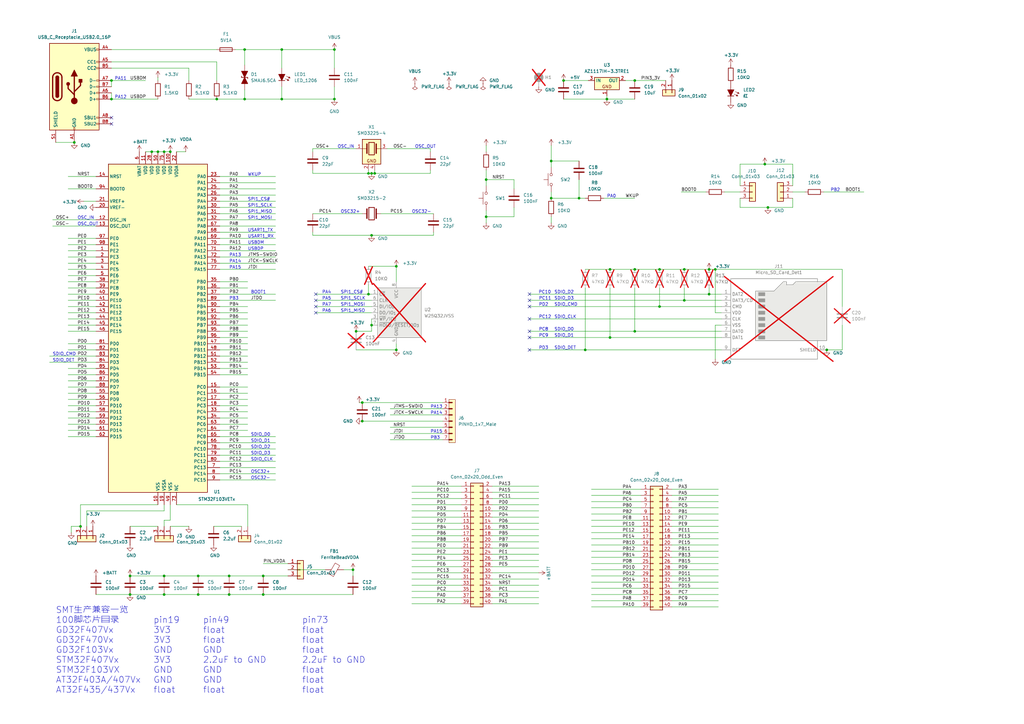
<source format=kicad_sch>
(kicad_sch (version 20250114) (generator "eeschema") (generator_version "9.0")
  (paper "A3")
  (text "PA13" (at 176.53 167.64 0) (effects (font (size 1.27 1.27)) (justify left bottom)))
  (text "SDIO_DET" (at 21.59 148.59 0) (effects (font (size 1.27 1.27)) (justify left bottom)))
  (text "PA15" (at 93.98 110.49 0) (effects (font (size 1.27 1.27)) (justify left bottom)))
  (text "SDIO_D2" (at 227.33 120.65 0) (effects (font (size 1.27 1.27)) (justify left bottom)))
  (text "PA14" (at 176.53 170.18 0) (effects (font (size 1.27 1.27)) (justify left bottom)))
  (text "SDIO_CMD" (at 21.59 146.05 0) (effects (font (size 1.27 1.27)) (justify left bottom)))
  (text "WKUP" (at 101.6 72.39 0) (effects (font (size 1.27 1.27)) (justify left bottom)))
  (text "OSC32-" (at 168.91 87.63 0) (effects (font (size 1.27 1.27)) (justify left bottom)))
  (text "SDIO_D3" (at 102.87 186.69 0) (effects (font (size 1.27 1.27)) (justify left bottom)))
  (text "SDIO_DET" (at 227.33 143.51 0) (effects (font (size 1.27 1.27)) (justify left bottom)))
  (text "OSC_OUT" (at 170.18 60.96 0) (effects (font (size 1.27 1.27)) (justify left bottom)))
  (text "OSC_IN" (at 138.43 60.96 0) (effects (font (size 1.27 1.27)) (justify left bottom)))
  (text "PA0" (at 248.92 81.28 0) (effects (font (size 1.27 1.27)) (justify left bottom)))
  (text "SMT生产兼容一览\n100脚芯片目录		pin19	pin49			pin73\nGD32F407Vx		3V3		float			float\nGD32F470Vx 		3V3		float			float\nGD32F103Vx 		GND		GND				float\nSTM32F407Vx 	3V3		2.2uF to GND	2.2uF to GND\nSTM32F103VX 	GND		GND				float\nAT32F403A/407Vx	GND 	GND				float\nAT32F435/437Vx	float	float			float" (at 22.86 266.7 0) (effects (font (size 2.54 2.54)) (justify left)))
  (text "BOOT1" (at 102.87 120.65 0) (effects (font (size 1.27 1.27)) (justify left bottom)))
  (text "SDIO_CLK" (at 227.33 130.81 0) (effects (font (size 1.27 1.27)) (justify left bottom)))
  (text "OSC32+" (at 102.87 194.31 0) (effects (font (size 1.27 1.27)) (justify left bottom)))
  (text "PA6" (at 132.08 128.27 0) (effects (font (size 1.27 1.27)) (justify left bottom)))
  (text "OSC32+" (at 139.7 87.63 0) (effects (font (size 1.27 1.27)) (justify left bottom)))
  (text "OSC_OUT" (at 31.75 92.71 0) (effects (font (size 1.27 1.27)) (justify left bottom)))
  (text "PA7" (at 132.08 125.73 0) (effects (font (size 1.27 1.27)) (justify left bottom)))
  (text "SPI1_MOSI" (at 139.7 125.73 0) (effects (font (size 1.27 1.27)) (justify left bottom)))
  (text "SDIO_D1" (at 102.87 181.61 0) (effects (font (size 1.27 1.27)) (justify left bottom)))
  (text "PA15" (at 176.53 177.8 0) (effects (font (size 1.27 1.27)) (justify left bottom)))
  (text "SDIO_D2" (at 102.87 184.15 0) (effects (font (size 1.27 1.27)) (justify left bottom)))
  (text "PD2" (at 220.98 125.73 0) (effects (font (size 1.27 1.27)) (justify left bottom)))
  (text "OSC_IN" (at 31.75 90.17 0) (effects (font (size 1.27 1.27)) (justify left bottom)))
  (text "SPI1_SCLK" (at 139.7 123.19 0) (effects (font (size 1.27 1.27)) (justify left bottom)))
  (text "USBDP" (at 101.6 102.87 0) (effects (font (size 1.27 1.27)) (justify left bottom)))
  (text "SPI1_MISO" (at 139.7 128.27 0) (effects (font (size 1.27 1.27)) (justify left bottom)))
  (text "PA4" (at 132.08 120.65 0) (effects (font (size 1.27 1.27)) (justify left bottom)))
  (text "SPI1_MISO" (at 101.6 87.63 0) (effects (font (size 1.27 1.27)) (justify left bottom)))
  (text "USART1_TX" (at 101.6 95.25 0) (effects (font (size 1.27 1.27)) (justify left bottom)))
  (text "PA11" (at 46.99 33.02 0) (effects (font (size 1.27 1.27)) (justify left bottom)))
  (text "SDIO_CLK" (at 102.87 189.23 0) (effects (font (size 1.27 1.27)) (justify left bottom)))
  (text "USART1_RX" (at 101.6 97.79 0) (effects (font (size 1.27 1.27)) (justify left bottom)))
  (text "PA12" (at 46.99 40.64 0) (effects (font (size 1.27 1.27)) (justify left bottom)))
  (text "SPI1_CS#" (at 139.7 120.65 0) (effects (font (size 1.27 1.27)) (justify left bottom)))
  (text "SPI1_MOSI" (at 101.6 90.17 0) (effects (font (size 1.27 1.27)) (justify left bottom)))
  (text "SDIO_CMD" (at 227.33 125.73 0) (effects (font (size 1.27 1.27)) (justify left bottom)))
  (text "PB3" (at 93.98 123.19 0) (effects (font (size 1.27 1.27)) (justify left bottom)))
  (text "PB2" (at 340.614 78.74 0) (effects (font (size 1.27 1.27)) (justify left bottom)))
  (text "PC9" (at 220.98 138.43 0) (effects (font (size 1.27 1.27)) (justify left bottom)))
  (text "PA5" (at 132.08 123.19 0) (effects (font (size 1.27 1.27)) (justify left bottom)))
  (text "SDIO_D0" (at 227.33 135.89 0) (effects (font (size 1.27 1.27)) (justify left bottom)))
  (text "PA14" (at 93.98 107.95 0) (effects (font (size 1.27 1.27)) (justify left bottom)))
  (text "PC8" (at 220.98 135.89 0) (effects (font (size 1.27 1.27)) (justify left bottom)))
  (text "USBDM" (at 101.6 100.33 0) (effects (font (size 1.27 1.27)) (justify left bottom)))
  (text "PC10" (at 220.8627 120.65 0) (effects (font (size 1.27 1.27)) (justify left bottom)))
  (text "SPI1_SCLK" (at 101.6 85.09 0) (effects (font (size 1.27 1.27)) (justify left bottom)))
  (text "SDIO_D1" (at 227.33 138.43 0) (effects (font (size 1.27 1.27)) (justify left bottom)))
  (text "PA13" (at 93.98 105.41 0) (effects (font (size 1.27 1.27)) (justify left bottom)))
  (text "PC12" (at 220.9582 130.81 0) (effects (font (size 1.27 1.27)) (justify left bottom)))
  (text "PD3" (at 220.98 143.51 0) (effects (font (size 1.27 1.27)) (justify left bottom)))
  (text "PB3" (at 176.53 180.34 0) (effects (font (size 1.27 1.27)) (justify left bottom)))
  (text "SDIO_D3" (at 227.33 123.19 0) (effects (font (size 1.27 1.27)) (justify left bottom)))
  (text "SPI1_CS#" (at 101.6 82.55 0) (effects (font (size 1.27 1.27)) (justify left bottom)))
  (text "SDIO_D0" (at 102.87 179.07 0) (effects (font (size 1.27 1.27)) (justify left bottom)))
  (text "OSC32-" (at 102.87 196.85 0) (effects (font (size 1.27 1.27)) (justify left bottom)))
  (text "PC11" (at 220.98 123.19 0) (effects (font (size 1.27 1.27)) (justify left bottom)))
  (junction (at 231.14 33.02))
  (junction (at 67.31 243.84))
  (junction (at 240.03 143.51))
  (junction (at 93.98 236.22))
  (junction (at 280.67 123.19))
  (junction (at 162.56 143.51))
  (junction (at 107.95 243.84))
  (junction (at 93.98 243.84))
  (junction (at 237.49 81.28))
  (junction (at 64.77 62.23))
  (junction (at 280.67 110.49))
  (junction (at 148.59 172.72))
  (junction (at 100.33 40.64))
  (junction (at 30.48 58.42))
  (junction (at 115.57 20.32))
  (junction (at 115.57 40.64))
  (junction (at 45.72 33.02))
  (junction (at 199.39 88.9))
  (junction (at 153.67 71.12))
  (junction (at 250.19 138.43))
  (junction (at 248.92 40.64))
  (junction (at 290.83 110.49))
  (junction (at 152.4 96.52))
  (junction (at 53.34 236.22))
  (junction (at 107.95 236.22))
  (junction (at 270.51 125.73))
  (junction (at 151.13 120.65))
  (junction (at 199.39 73.66))
  (junction (at 152.4 71.12))
  (junction (at 67.31 62.23))
  (junction (at 45.72 40.64))
  (junction (at 260.35 33.02))
  (junction (at 313.69 67.31))
  (junction (at 314.96 85.09))
  (junction (at 162.56 109.22))
  (junction (at 53.34 243.84))
  (junction (at 226.06 66.04))
  (junction (at 148.59 165.1))
  (junction (at 33.02 215.9))
  (junction (at 146.05 135.89))
  (junction (at 81.28 243.84))
  (junction (at 69.85 62.23))
  (junction (at 260.35 110.49))
  (junction (at 293.37 110.49))
  (junction (at 290.83 120.65))
  (junction (at 250.19 110.49))
  (junction (at 270.51 110.49))
  (junction (at 144.78 233.68))
  (junction (at 100.33 20.32))
  (junction (at 67.31 236.22))
  (junction (at 339.09 143.51))
  (junction (at 152.4 133.35))
  (junction (at 151.13 71.12))
  (junction (at 137.16 20.32))
  (junction (at 88.9 40.64))
  (junction (at 260.35 135.89))
  (junction (at 62.23 62.23))
  (junction (at 81.28 236.22))
  (junction (at 137.16 40.64))
  (junction (at 226.06 81.28))
  (no_connect (at 217.17 125.73))
  (no_connect (at 217.17 123.19))
  (no_connect (at 129.54 125.73))
  (no_connect (at 217.17 135.89))
  (no_connect (at 45.72 48.26))
  (no_connect (at 129.54 123.19))
  (no_connect (at 129.54 120.65))
  (no_connect (at 217.17 120.65))
  (no_connect (at 217.17 130.81))
  (no_connect (at 217.17 143.51))
  (no_connect (at 129.54 128.27))
  (no_connect (at 45.72 50.8))
  (no_connect (at 217.17 138.43))
  (wire (pts (xy 101.6 207.01) (xy 101.6 215.9)))
  (wire (pts (xy 115.57 20.32) (xy 137.16 20.32)))
  (wire (pts (xy 280.67 123.19) (xy 295.91 123.19)))
  (wire (pts (xy 90.17 74.93) (xy 113.03 74.93)))
  (wire (pts (xy 153.67 69.85) (xy 153.67 71.12)))
  (wire (pts (xy 270.51 110.49) (xy 280.67 110.49)))
  (wire (pts (xy 242.57 241.3) (xy 262.89 241.3)))
  (wire (pts (xy 93.98 243.84) (xy 107.95 243.84)))
  (wire (pts (xy 90.17 97.79) (xy 113.03 97.79)))
  (wire (pts (xy 90.17 146.05) (xy 101.6 146.05)))
  (wire (pts (xy 275.59 236.22) (xy 294.64 236.22)))
  (wire (pts (xy 27.94 166.37) (xy 39.37 166.37)))
  (wire (pts (xy 242.57 226.06) (xy 262.89 226.06)))
  (wire (pts (xy 87.63 215.9) (xy 99.06 215.9)))
  (wire (pts (xy 62.23 62.23) (xy 59.69 62.23)))
  (wire (pts (xy 27.94 102.87) (xy 39.37 102.87)))
  (wire (pts (xy 128.27 71.12) (xy 128.27 69.85)))
  (wire (pts (xy 168.91 214.63) (xy 189.23 214.63)))
  (wire (pts (xy 270.51 125.73) (xy 295.91 125.73)))
  (wire (pts (xy 27.94 100.33) (xy 39.37 100.33)))
  (wire (pts (xy 27.94 107.95) (xy 39.37 107.95)))
  (wire (pts (xy 27.94 113.03) (xy 39.37 113.03)))
  (wire (pts (xy 90.17 135.89) (xy 101.6 135.89)))
  (wire (pts (xy 90.17 184.15) (xy 113.03 184.15)))
  (wire (pts (xy 90.17 82.55) (xy 113.03 82.55)))
  (wire (pts (xy 160.02 180.34) (xy 181.61 180.34)))
  (wire (pts (xy 151.13 69.85) (xy 151.13 71.12)))
  (wire (pts (xy 90.17 125.73) (xy 101.6 125.73)))
  (wire (pts (xy 314.96 85.09) (xy 325.12 85.09)))
  (wire (pts (xy 260.35 135.89) (xy 295.91 135.89)))
  (wire (pts (xy 217.17 138.43) (xy 250.19 138.43)))
  (wire (pts (xy 146.05 143.51) (xy 162.56 143.51)))
  (wire (pts (xy 90.17 95.25) (xy 113.03 95.25)))
  (wire (pts (xy 118.11 233.68) (xy 133.35 233.68)))
  (wire (pts (xy 325.12 78.74) (xy 330.2 78.74)))
  (wire (pts (xy 176.53 71.12) (xy 176.53 69.85)))
  (wire (pts (xy 90.17 92.71) (xy 113.03 92.71)))
  (wire (pts (xy 313.69 67.31) (xy 325.12 67.31)))
  (wire (pts (xy 279.4 78.74) (xy 289.56 78.74)))
  (wire (pts (xy 168.91 222.25) (xy 189.23 222.25)))
  (wire (pts (xy 275.59 203.2) (xy 294.64 203.2)))
  (wire (pts (xy 201.93 214.63) (xy 220.98 214.63)))
  (wire (pts (xy 90.17 151.13) (xy 101.6 151.13)))
  (wire (pts (xy 153.67 71.12) (xy 176.53 71.12)))
  (wire (pts (xy 168.91 240.03) (xy 189.23 240.03)))
  (wire (pts (xy 90.17 100.33) (xy 113.03 100.33)))
  (wire (pts (xy 137.16 20.32) (xy 137.16 27.94)))
  (wire (pts (xy 96.52 20.32) (xy 100.33 20.32)))
  (wire (pts (xy 27.94 135.89) (xy 39.37 135.89)))
  (wire (pts (xy 295.91 128.27) (xy 293.37 128.27)))
  (wire (pts (xy 107.95 243.84) (xy 144.78 243.84)))
  (wire (pts (xy 242.57 233.68) (xy 262.89 233.68)))
  (wire (pts (xy 242.57 236.22) (xy 262.89 236.22)))
  (wire (pts (xy 90.17 123.19) (xy 113.03 123.19)))
  (wire (pts (xy 226.06 81.28) (xy 237.49 81.28)))
  (wire (pts (xy 217.17 143.51) (xy 240.03 143.51)))
  (wire (pts (xy 45.72 38.1) (xy 45.72 40.64)))
  (wire (pts (xy 242.57 208.28) (xy 262.89 208.28)))
  (wire (pts (xy 260.35 118.11) (xy 260.35 135.89)))
  (wire (pts (xy 201.93 234.95) (xy 220.98 234.95)))
  (wire (pts (xy 129.54 125.73) (xy 152.4 125.73)))
  (wire (pts (xy 90.17 118.11) (xy 101.6 118.11)))
  (wire (pts (xy 152.4 96.52) (xy 177.8 96.52)))
  (wire (pts (xy 33.02 215.9) (xy 33.02 207.01)))
  (wire (pts (xy 29.21 215.9) (xy 33.02 215.9)))
  (wire (pts (xy 201.93 201.93) (xy 220.98 201.93)))
  (wire (pts (xy 27.94 161.29) (xy 39.37 161.29)))
  (wire (pts (xy 297.18 78.74) (xy 303.53 78.74)))
  (wire (pts (xy 293.37 128.27) (xy 293.37 110.49)))
  (wire (pts (xy 148.59 165.1) (xy 181.61 165.1)))
  (wire (pts (xy 201.93 199.39) (xy 220.98 199.39)))
  (wire (pts (xy 129.54 123.19) (xy 152.4 123.19)))
  (wire (pts (xy 168.91 224.79) (xy 189.23 224.79)))
  (wire (pts (xy 100.33 36.83) (xy 100.33 40.64)))
  (wire (pts (xy 20.32 148.59) (xy 39.37 148.59)))
  (wire (pts (xy 72.39 62.23) (xy 76.2 62.23)))
  (wire (pts (xy 168.91 232.41) (xy 189.23 232.41)))
  (wire (pts (xy 90.17 140.97) (xy 101.6 140.97)))
  (wire (pts (xy 90.17 110.49) (xy 113.03 110.49)))
  (wire (pts (xy 45.72 40.64) (xy 64.77 40.64)))
  (wire (pts (xy 90.17 143.51) (xy 101.6 143.51)))
  (wire (pts (xy 67.31 213.36) (xy 67.31 215.9)))
  (wire (pts (xy 27.94 128.27) (xy 39.37 128.27)))
  (wire (pts (xy 20.32 146.05) (xy 39.37 146.05)))
  (wire (pts (xy 275.59 233.68) (xy 294.64 233.68)))
  (wire (pts (xy 27.94 156.21) (xy 39.37 156.21)))
  (wire (pts (xy 303.53 67.31) (xy 313.69 67.31)))
  (wire (pts (xy 345.44 110.49) (xy 345.44 125.73)))
  (wire (pts (xy 21.59 90.17) (xy 39.37 90.17)))
  (wire (pts (xy 168.91 227.33) (xy 189.23 227.33)))
  (wire (pts (xy 29.21 218.44) (xy 29.21 215.9)))
  (wire (pts (xy 129.54 128.27) (xy 152.4 128.27)))
  (wire (pts (xy 201.93 209.55) (xy 220.98 209.55)))
  (wire (pts (xy 27.94 130.81) (xy 39.37 130.81)))
  (wire (pts (xy 168.91 212.09) (xy 189.23 212.09)))
  (wire (pts (xy 280.67 118.11) (xy 280.67 123.19)))
  (wire (pts (xy 90.17 158.75) (xy 101.6 158.75)))
  (wire (pts (xy 27.94 151.13) (xy 39.37 151.13)))
  (wire (pts (xy 152.4 130.81) (xy 152.4 133.35)))
  (wire (pts (xy 27.94 115.57) (xy 39.37 115.57)))
  (wire (pts (xy 275.59 210.82) (xy 294.64 210.82)))
  (wire (pts (xy 275.59 248.92) (xy 294.64 248.92)))
  (wire (pts (xy 293.37 110.49) (xy 345.44 110.49)))
  (wire (pts (xy 90.17 166.37) (xy 101.6 166.37)))
  (wire (pts (xy 275.59 231.14) (xy 294.64 231.14)))
  (wire (pts (xy 151.13 71.12) (xy 152.4 71.12)))
  (wire (pts (xy 199.39 73.66) (xy 199.39 76.2)))
  (wire (pts (xy 256.54 33.02) (xy 260.35 33.02)))
  (wire (pts (xy 27.94 168.91) (xy 39.37 168.91)))
  (wire (pts (xy 90.17 173.99) (xy 101.6 173.99)))
  (wire (pts (xy 90.17 102.87) (xy 113.03 102.87)))
  (wire (pts (xy 275.59 205.74) (xy 294.64 205.74)))
  (wire (pts (xy 275.59 200.66) (xy 294.64 200.66)))
  (wire (pts (xy 67.31 243.84) (xy 81.28 243.84)))
  (wire (pts (xy 201.93 245.11) (xy 220.98 245.11)))
  (wire (pts (xy 140.97 233.68) (xy 144.78 233.68)))
  (wire (pts (xy 33.02 207.01) (xy 64.77 207.01)))
  (wire (pts (xy 27.94 123.19) (xy 39.37 123.19)))
  (wire (pts (xy 90.17 194.31) (xy 113.03 194.31)))
  (wire (pts (xy 27.94 133.35) (xy 39.37 133.35)))
  (wire (pts (xy 53.34 243.84) (xy 67.31 243.84)))
  (wire (pts (xy 35.56 209.55) (xy 35.56 215.9)))
  (wire (pts (xy 129.54 120.65) (xy 151.13 120.65)))
  (wire (pts (xy 242.57 243.84) (xy 262.89 243.84)))
  (wire (pts (xy 242.57 210.82) (xy 262.89 210.82)))
  (wire (pts (xy 88.9 40.64) (xy 100.33 40.64)))
  (wire (pts (xy 290.83 118.11) (xy 290.83 120.65)))
  (wire (pts (xy 275.59 243.84) (xy 294.64 243.84)))
  (wire (pts (xy 128.27 87.63) (xy 148.59 87.63)))
  (wire (pts (xy 162.56 109.22) (xy 162.56 115.57)))
  (wire (pts (xy 201.93 232.41) (xy 220.98 232.41)))
  (wire (pts (xy 90.17 153.67) (xy 101.6 153.67)))
  (wire (pts (xy 148.59 172.72) (xy 181.61 172.72)))
  (wire (pts (xy 226.06 66.04) (xy 226.06 68.58)))
  (wire (pts (xy 270.51 118.11) (xy 270.51 125.73)))
  (wire (pts (xy 168.91 247.65) (xy 189.23 247.65)))
  (wire (pts (xy 217.17 130.81) (xy 295.91 130.81)))
  (wire (pts (xy 90.17 105.41) (xy 113.03 105.41)))
  (wire (pts (xy 137.16 40.64) (xy 115.57 40.64)))
  (wire (pts (xy 39.37 243.84) (xy 53.34 243.84)))
  (wire (pts (xy 27.94 120.65) (xy 39.37 120.65)))
  (wire (pts (xy 290.83 120.65) (xy 295.91 120.65)))
  (wire (pts (xy 275.59 218.44) (xy 294.64 218.44)))
  (wire (pts (xy 242.57 200.66) (xy 262.89 200.66)))
  (wire (pts (xy 53.34 215.9) (xy 64.77 215.9)))
  (wire (pts (xy 337.82 78.74) (xy 354.33 78.74)))
  (wire (pts (xy 303.53 85.09) (xy 314.96 85.09)))
  (wire (pts (xy 275.59 226.06) (xy 294.64 226.06)))
  (wire (pts (xy 27.94 125.73) (xy 39.37 125.73)))
  (wire (pts (xy 168.91 207.01) (xy 189.23 207.01)))
  (wire (pts (xy 107.95 236.22) (xy 118.11 236.22)))
  (wire (pts (xy 72.39 207.01) (xy 101.6 207.01)))
  (wire (pts (xy 242.57 228.6) (xy 262.89 228.6)))
  (wire (pts (xy 242.57 220.98) (xy 262.89 220.98)))
  (wire (pts (xy 250.19 138.43) (xy 295.91 138.43)))
  (wire (pts (xy 201.93 212.09) (xy 220.98 212.09)))
  (wire (pts (xy 160.02 170.18) (xy 181.61 170.18)))
  (wire (pts (xy 242.57 203.2) (xy 262.89 203.2)))
  (wire (pts (xy 275.59 223.52) (xy 294.64 223.52)))
  (wire (pts (xy 64.77 33.02) (xy 64.77 31.75)))
  (wire (pts (xy 90.17 85.09) (xy 113.03 85.09)))
  (wire (pts (xy 53.34 236.22) (xy 67.31 236.22)))
  (wire (pts (xy 34.29 82.55) (xy 39.37 82.55)))
  (wire (pts (xy 162.56 143.51) (xy 162.56 140.97)))
  (wire (pts (xy 199.39 73.66) (xy 199.39 69.85)))
  (wire (pts (xy 260.35 33.02) (xy 273.05 33.02)))
  (wire (pts (xy 217.17 120.65) (xy 290.83 120.65)))
  (wire (pts (xy 242.57 248.92) (xy 262.89 248.92)))
  (wire (pts (xy 325.12 85.09) (xy 325.12 81.28)))
  (wire (pts (xy 27.94 158.75) (xy 39.37 158.75)))
  (wire (pts (xy 293.37 133.35) (xy 293.37 147.32)))
  (wire (pts (xy 275.59 208.28) (xy 294.64 208.28)))
  (wire (pts (xy 90.17 161.29) (xy 101.6 161.29)))
  (wire (pts (xy 242.57 205.74) (xy 262.89 205.74)))
  (wire (pts (xy 226.06 66.04) (xy 237.49 66.04)))
  (wire (pts (xy 217.17 135.89) (xy 260.35 135.89)))
  (wire (pts (xy 90.17 72.39) (xy 113.03 72.39)))
  (wire (pts (xy 231.14 33.02) (xy 241.3 33.02)))
  (wire (pts (xy 21.59 92.71) (xy 39.37 92.71)))
  (wire (pts (xy 201.93 222.25) (xy 220.98 222.25)))
  (wire (pts (xy 325.12 67.31) (xy 325.12 76.2)))
  (wire (pts (xy 27.94 171.45) (xy 39.37 171.45)))
  (wire (pts (xy 107.95 231.14) (xy 118.11 231.14)))
  (wire (pts (xy 199.39 86.36) (xy 199.39 88.9)))
  (wire (pts (xy 242.57 213.36) (xy 262.89 213.36)))
  (wire (pts (xy 250.19 110.49) (xy 260.35 110.49)))
  (wire (pts (xy 260.35 110.49) (xy 270.51 110.49)))
  (wire (pts (xy 345.44 133.35) (xy 345.44 143.51)))
  (wire (pts (xy 152.4 135.89) (xy 152.4 133.35)))
  (wire (pts (xy 90.17 179.07) (xy 113.03 179.07)))
  (wire (pts (xy 67.31 236.22) (xy 81.28 236.22)))
  (wire (pts (xy 217.17 123.19) (xy 280.67 123.19)))
  (wire (pts (xy 201.93 242.57) (xy 220.98 242.57)))
  (wire (pts (xy 90.17 138.43) (xy 101.6 138.43)))
  (wire (pts (xy 217.17 125.73) (xy 270.51 125.73)))
  (wire (pts (xy 226.06 88.9) (xy 226.06 91.44)))
  (wire (pts (xy 69.85 62.23) (xy 67.31 62.23)))
  (wire (pts (xy 27.94 72.39) (xy 39.37 72.39)))
  (wire (pts (xy 210.82 73.66) (xy 210.82 77.47)))
  (wire (pts (xy 168.91 242.57) (xy 189.23 242.57)))
  (wire (pts (xy 90.17 133.35) (xy 101.6 133.35)))
  (wire (pts (xy 240.03 110.49) (xy 250.19 110.49)))
  (wire (pts (xy 237.49 81.28) (xy 237.49 73.66)))
  (wire (pts (xy 275.59 213.36) (xy 294.64 213.36)))
  (wire (pts (xy 88.9 33.02) (xy 88.9 25.4)))
  (wire (pts (xy 275.59 241.3) (xy 294.64 241.3)))
  (wire (pts (xy 137.16 35.56) (xy 137.16 40.64)))
  (wire (pts (xy 93.98 236.22) (xy 107.95 236.22)))
  (wire (pts (xy 90.17 87.63) (xy 113.03 87.63)))
  (wire (pts (xy 177.8 96.52) (xy 177.8 95.25)))
  (wire (pts (xy 242.57 246.38) (xy 262.89 246.38)))
  (wire (pts (xy 226.06 66.04) (xy 226.06 59.69)))
  (wire (pts (xy 275.59 238.76) (xy 294.64 238.76)))
  (wire (pts (xy 303.53 76.2) (xy 303.53 67.31)))
  (wire (pts (xy 147.32 165.1) (xy 148.59 165.1)))
  (wire (pts (xy 160.02 177.8) (xy 181.61 177.8)))
  (wire (pts (xy 156.21 87.63) (xy 177.8 87.63)))
  (wire (pts (xy 90.17 148.59) (xy 101.6 148.59)))
  (wire (pts (xy 115.57 20.32) (xy 100.33 20.32)))
  (wire (pts (xy 90.17 80.01) (xy 113.03 80.01)))
  (wire (pts (xy 250.19 118.11) (xy 250.19 138.43)))
  (wire (pts (xy 158.75 60.96) (xy 176.53 60.96)))
  (wire (pts (xy 128.27 95.25) (xy 128.27 96.52)))
  (wire (pts (xy 201.93 204.47) (xy 220.98 204.47)))
  (wire (pts (xy 128.27 60.96) (xy 146.05 60.96)))
  (wire (pts (xy 226.06 78.74) (xy 226.06 81.28)))
  (wire (pts (xy 168.91 209.55) (xy 189.23 209.55)))
  (wire (pts (xy 90.17 120.65) (xy 113.03 120.65)))
  (wire (pts (xy 90.17 77.47) (xy 113.03 77.47)))
  (wire (pts (xy 151.13 116.84) (xy 151.13 120.65)))
  (wire (pts (xy 128.27 96.52) (xy 152.4 96.52)))
  (wire (pts (xy 275.59 228.6) (xy 294.64 228.6)))
  (wire (pts (xy 151.13 109.22) (xy 162.56 109.22)))
  (wire (pts (xy 168.91 199.39) (xy 189.23 199.39)))
  (wire (pts (xy 90.17 186.69) (xy 113.03 186.69)))
  (wire (pts (xy 115.57 40.64) (xy 115.57 35.56)))
  (wire (pts (xy 69.85 207.01) (xy 69.85 213.36)))
  (wire (pts (xy 201.93 229.87) (xy 220.98 229.87)))
  (wire (pts (xy 242.57 223.52) (xy 262.89 223.52)))
  (wire (pts (xy 201.93 224.79) (xy 220.98 224.79)))
  (wire (pts (xy 90.17 130.81) (xy 101.6 130.81)))
  (wire (pts (xy 199.39 59.69) (xy 199.39 62.23)))
  (wire (pts (xy 100.33 20.32) (xy 100.33 26.67)))
  (wire (pts (xy 275.59 220.98) (xy 294.64 220.98)))
  (wire (pts (xy 199.39 88.9) (xy 199.39 91.44)))
  (wire (pts (xy 168.91 204.47) (xy 189.23 204.47)))
  (wire (pts (xy 168.91 201.93) (xy 189.23 201.93)))
  (wire (pts (xy 77.47 27.94) (xy 77.47 33.02)))
  (wire (pts (xy 295.91 133.35) (xy 293.37 133.35)))
  (wire (pts (xy 100.33 40.64) (xy 115.57 40.64)))
  (wire (pts (xy 152.4 71.12) (xy 153.67 71.12)))
  (wire (pts (xy 45.72 33.02) (xy 59.69 33.02)))
  (wire (pts (xy 199.39 73.66) (xy 210.82 73.66)))
  (wire (pts (xy 201.93 227.33) (xy 220.98 227.33)))
  (wire (pts (xy 168.91 219.71) (xy 189.23 219.71)))
  (wire (pts (xy 345.44 143.51) (xy 339.09 143.51)))
  (wire (pts (xy 27.94 153.67) (xy 39.37 153.67)))
  (wire (pts (xy 160.02 167.64) (xy 181.61 167.64)))
  (wire (pts (xy 45.72 25.4) (xy 88.9 25.4)))
  (wire (pts (xy 176.53 60.96) (xy 176.53 62.23)))
  (wire (pts (xy 128.27 71.12) (xy 151.13 71.12)))
  (wire (pts (xy 67.31 209.55) (xy 67.31 207.01)))
  (wire (pts (xy 151.13 120.65) (xy 152.4 120.65)))
  (wire (pts (xy 168.91 217.17) (xy 189.23 217.17)))
  (wire (pts (xy 242.57 215.9) (xy 262.89 215.9)))
  (wire (pts (xy 115.57 27.94) (xy 115.57 20.32)))
  (wire (pts (xy 242.57 231.14) (xy 262.89 231.14)))
  (wire (pts (xy 81.28 236.22) (xy 93.98 236.22)))
  (wire (pts (xy 35.56 209.55) (xy 67.31 209.55)))
  (wire (pts (xy 90.17 115.57) (xy 101.6 115.57)))
  (wire (pts (xy 275.59 215.9) (xy 294.64 215.9)))
  (wire (pts (xy 128.27 62.23) (xy 128.27 60.96)))
  (wire (pts (xy 27.94 110.49) (xy 39.37 110.49)))
  (wire (pts (xy 90.17 128.27) (xy 101.6 128.27)))
  (wire (pts (xy 201.93 247.65) (xy 220.98 247.65)))
  (wire (pts (xy 168.91 237.49) (xy 189.23 237.49)))
  (wire (pts (xy 199.39 88.9) (xy 210.82 88.9)))
  (wire (pts (xy 22.86 58.42) (xy 30.48 58.42)))
  (wire (pts (xy 90.17 191.77) (xy 113.03 191.77)))
  (wire (pts (xy 81.28 243.84) (xy 93.98 243.84)))
  (wire (pts (xy 67.31 62.23) (xy 64.77 62.23)))
  (wire (pts (xy 64.77 62.23) (xy 62.23 62.23)))
  (wire (pts (xy 45.72 20.32) (xy 88.9 20.32)))
  (wire (pts (xy 201.93 207.01) (xy 220.98 207.01)))
  (wire (pts (xy 90.17 181.61) (xy 113.03 181.61)))
  (wire (pts (xy 90.17 90.17) (xy 113.03 90.17)))
  (wire (pts (xy 248.92 40.64) (xy 260.35 40.64)))
  (wire (pts (xy 201.93 217.17) (xy 220.98 217.17)))
  (wire (pts (xy 77.47 40.64) (xy 88.9 40.64)))
  (wire (pts (xy 210.82 88.9) (xy 210.82 85.09)))
  (wire (pts (xy 90.17 107.95) (xy 113.03 107.95)))
  (wire (pts (xy 201.93 237.49) (xy 220.98 237.49)))
  (wire (pts (xy 248.92 39.37) (xy 248.92 40.64)))
  (wire (pts (xy 242.57 218.44) (xy 262.89 218.44)))
  (wire (pts (xy 90.17 189.23) (xy 113.03 189.23)))
  (wire (pts (xy 90.17 196.85) (xy 113.03 196.85)))
  (wire (pts (xy 27.94 77.47) (xy 39.37 77.47)))
  (wire (pts (xy 237.49 81.28) (xy 240.03 81.28)))
  (wire (pts (xy 45.72 33.02) (xy 45.72 35.56)))
  (wire (pts (xy 293.37 110.49) (xy 290.83 110.49)))
  (wire (pts (xy 242.57 238.76) (xy 262.89 238.76)))
  (wire (pts (xy 27.94 176.53) (xy 39.37 176.53)))
  (wire (pts (xy 240.03 118.11) (xy 240.03 143.51)))
  (wire (pts (xy 69.85 213.36) (xy 67.31 213.36)))
  (wire (pts (xy 240.03 143.51) (xy 295.91 143.51)))
  (wire (pts (xy 27.94 118.11) (xy 39.37 118.11)))
  (wire (pts (xy 168.91 245.11) (xy 189.23 245.11)))
  (wire (pts (xy 90.17 163.83) (xy 101.6 163.83)))
  (wire (pts (xy 27.94 143.51) (xy 39.37 143.51)))
  (wire (pts (xy 90.17 176.53) (xy 101.6 176.53)))
  (wire (pts (xy 160.02 175.26) (xy 181.61 175.26)))
  (wire (pts (xy 144.78 233.68) (xy 144.78 236.22)))
  (wire (pts (xy 27.94 173.99) (xy 39.37 173.99)))
  (wire (pts (xy 168.91 229.87) (xy 189.23 229.87)))
  (wire (pts (xy 201.93 240.03) (xy 220.98 240.03)))
  (wire (pts (xy 201.93 219.71) (xy 220.98 219.71)))
  (wire (pts (xy 27.94 179.07) (xy 39.37 179.07)))
  (wire (pts (xy 27.94 140.97) (xy 39.37 140.97)))
  (wire (pts (xy 247.65 81.28) (xy 260.35 81.28)))
  (wire (pts (xy 275.59 246.38) (xy 294.64 246.38)))
  (wire (pts (xy 27.94 105.41) (xy 39.37 105.41)))
  (wire (pts (xy 69.85 215.9) (xy 77.47 215.9)))
  (wire (pts (xy 27.94 97.79) (xy 39.37 97.79)))
  (wire (pts (xy 146.05 135.89) (xy 152.4 135.89)))
  (wire (pts (xy 231.14 40.64) (xy 248.92 40.64)))
  (wire (pts (xy 90.17 171.45) (xy 101.6 171.45)))
  (wire (pts (xy 45.72 27.94) (xy 77.47 27.94)))
  (wire (pts (xy 168.91 234.95) (xy 189.23 234.95)))
  (wire (pts (xy 90.17 168.91) (xy 101.6 168.91)))
  (wire (pts (xy 27.94 163.83) (xy 39.37 163.83)))
  (wire (pts (xy 280.67 110.49) (xy 290.83 110.49)))
  (wire (pts (xy 303.53 81.28) (xy 303.53 85.09)))
  (label "PD11" (at 278.13 236.22 0))
  (label "PB2" (at 93.98 120.65 0))
  (label "PB6" (at 93.98 130.81 0))
  (label "PD7" (at 179.07 214.63 0))
  (label "PC7" (at 93.98 176.53 0))
  (label "PE13" (at 31.75 130.81 0))
  (label "PB13" (at 93.98 148.59 0))
  (label "PB12" (at 255.27 226.06 0))
  (label "PD6" (at 204.47 214.63 0))
  (label "PA10" (at 93.98 97.79 0))
  (label "PC1" (at 204.47 242.57 0))
  (label "PD5" (at 31.75 153.67 0))
  (label "PD10" (at 255.27 233.68 0))
  (label "PA8" (at 93.98 92.71 0))
  (label "PB1" (at 278.13 210.82 0))
  (label "PA0" (at 93.98 72.39 0))
  (label "PE13" (at 278.13 220.98 0))
  (label "JTDO" (at 161.29 180.34 0))
  (label "BOOT0" (at 279.4 78.74 0))
  (label "PC7" (at 278.13 243.84 0))
  (label "PE0" (at 179.07 224.79 0))
  (label "PA14" (at 179.07 199.39 0))
  (label "PA15" (at 204.47 201.93 0))
  (label "PB12" (at 93.98 146.05 0))
  (label "PA9" (at 93.98 95.25 0))
  (label "OSC+" (at 22.86 90.17 0))
  (label "PB10" (at 93.98 140.97 0))
  (label "PD0" (at 204.47 207.01 0))
  (label "PD4" (at 204.47 212.09 0))
  (label "PB5" (at 204.47 219.71 0))
  (label "PC10" (at 93.8627 184.15 0))
  (label "PE5" (at 204.47 232.41 0))
  (label "PB1" (at 93.98 118.11 0))
  (label "PB0" (at 255.27 208.28 0))
  (label "OSC-" (at 161.29 60.96 0))
  (label "PC1" (at 93.98 161.29 0))
  (label "PE2" (at 179.07 227.33 0))
  (label "PC5" (at 278.13 208.28 0))
  (label "PE2" (at 31.75 102.87 0))
  (label "PB11" (at 278.13 226.06 0))
  (label "PE8" (at 31.75 118.11 0))
  (label "PB7" (at 204.47 222.25 0))
  (label "PC9" (at 278.13 246.38 0))
  (label "JTDO" (at 102.87 123.19 0))
  (label "PA2" (at 93.98 77.47 0))
  (label "PB9" (at 93.98 138.43 0))
  (label "PE6" (at 179.07 232.41 0))
  (label "PE14" (at 255.27 220.98 0))
  (label "PB2" (at 255.27 210.82 0))
  (label "PA2" (at 179.07 247.65 0))
  (label "PD13" (at 278.13 238.76 0))
  (label "PE3" (at 31.75 105.41 0))
  (label "PB8" (at 93.98 135.89 0))
  (label "PA4" (at 255.27 200.66 0))
  (label "BOOT0" (at 31.75 77.47 0))
  (label "PC14" (at 204.47 237.49 0))
  (label "PD10" (at 31.75 166.37 0))
  (label "PD2" (at 204.47 209.55 0))
  (label "OSC-" (at 22.86 92.71 0))
  (label "PB6" (at 179.07 219.71 0))
  (label "PB7" (at 93.98 133.35 0))
  (label "JTMS-SWDIO" (at 101.6 105.41 0))
  (label "PB11" (at 93.98 143.51 0))
  (label "PD1" (at 31.75 143.51 0))
  (label "PD14" (at 255.27 238.76 0))
  (label "PC2" (at 179.07 242.57 0))
  (label "PA5" (at 93.98 85.09 0))
  (label "JTMS-SWDIO" (at 161.29 167.64 0))
  (label "PE15" (at 31.75 135.89 0))
  (label "PE6" (at 31.75 113.03 0))
  (label "PE15" (at 278.13 223.52 0))
  (label "PE9" (at 31.75 120.65 0))
  (label "PC3" (at 93.98 166.37 0))
  (label "USBDM" (at 53.34 33.02 0))
  (label "PE12" (at 31.75 128.27 0))
  (label "PC10" (at 179.07 201.93 0))
  (label "PC15" (at 160.02 87.63 0))
  (label "PC6" (at 255.27 241.3 0))
  (label "JTCK-SWCLK" (at 101.6 107.95 0))
  (label "PB9" (at 204.47 224.79 0))
  (label "PB5" (at 93.98 128.27 0))
  (label "PA6" (at 93.98 87.63 0))
  (label "PIN_VDDA" (at 107.95 231.14 0))
  (label "PB0" (at 93.98 115.57 0))
  (label "PA5" (at 278.13 203.2 0))
  (label "PE7" (at 31.75 115.57 0))
  (label "PE5" (at 31.75 110.49 0))
  (label "PA12" (at 93.98 102.87 0))
  (label "JTDI" (at 161.29 177.8 0))
  (label "PE9" (at 278.13 215.9 0))
  (label "PE1" (at 204.47 227.33 0))
  (label "PB15" (at 278.13 231.14 0))
  (label "NRST" (at 204.47 240.03 0))
  (label "PC3" (at 204.47 245.11 0))
  (label "PE4" (at 179.07 229.87 0))
  (label "NRST" (at 201.93 73.66 0))
  (label "WKUP" (at 256.54 81.28 0))
  (label "PD1" (at 179.07 207.01 0))
  (label "PE11" (at 278.13 218.44 0))
  (label "PA3" (at 93.98 80.01 0))
  (label "PC11" (at 93.98 186.69 0))
  (label "PA3" (at 278.13 200.66 0))
  (label "PA11" (at 93.98 100.33 0))
  (label "PB10" (at 255.27 223.52 0))
  (label "PA1" (at 93.98 74.93 0))
  (label "PB3" (at 204.47 217.17 0))
  (label "PC12" (at 179.07 204.47 0))
  (label "PC15" (at 179.07 237.49 0))
  (label "PD0" (at 31.75 140.97 0))
  (label "PC9" (at 93.98 181.61 0))
  (label "PC8" (at 255.27 243.84 0))
  (label "PC5" (at 93.98 171.45 0))
  (label "PE10" (at 255.27 215.9 0))
  (label "PC13" (at 93.98 191.77 0))
  (label "PE12" (at 255.27 218.44 0))
  (label "PB13" (at 278.13 228.6 0))
  (label "PD12" (at 255.27 236.22 0))
  (label "NRST" (at 31.75 72.39 0))
  (label "PE4" (at 31.75 107.95 0))
  (label "PB15" (at 93.98 153.67 0))
  (label "PB4" (at 179.07 217.17 0))
  (label "PD3" (at 31.75 148.59 0))
  (label "PE1" (at 31.75 100.33 0))
  (label "PC14" (at 93.98 194.31 0))
  (label "JTDI" (at 101.6 110.49 0))
  (label "PA9" (at 278.13 248.92 0))
  (label "PA7" (at 278.13 205.74 0))
  (label "PC2" (at 93.98 163.83 0))
  (label "PD3" (at 179.07 209.55 0))
  (label "PA4" (at 93.98 82.55 0))
  (label "PE8" (at 255.27 213.36 0))
  (label "PD8" (at 31.75 161.29 0))
  (label "PB14" (at 93.98 151.13 0))
  (label "PA8" (at 255.27 246.38 0))
  (label "PD4" (at 31.75 151.13 0))
  (label "PA6" (at 255.27 203.2 0))
  (label "PD15" (at 31.75 179.07 0))
  (label "PA7" (at 93.98 90.17 0))
  (label "PC8" (at 93.98 179.07 0))
  (label "PB4" (at 93.98 125.73 0))
  (label "PC11" (at 204.47 204.47 0))
  (label "PD11" (at 31.75 168.91 0))
  (label "PC0" (at 179.07 240.03 0))
  (label "PIN3_3V" (at 262.89 33.02 0))
  (label "PD9" (at 31.75 163.83 0))
  (label "PD9" (at 278.13 233.68 0))
  (label "JTCK-SWCLK" (at 161.29 170.18 0))
  (label "OSC+" (at 129.54 60.96 0))
  (label "PD7" (at 31.75 158.75 0))
  (label "PE0" (at 31.75 97.79 0))
  (label "PC13" (at 179.07 234.95 0))
  (label "PC4" (at 255.27 205.74 0))
  (label "PC15" (at 93.98 196.85 0))
  (label "PD2" (at 31.75 146.05 0))
  (label "PD6" (at 31.75 156.21 0))
  (label "PE10" (at 31.75 123.19 0))
  (label "PA0" (at 179.07 245.11 0))
  (label "PD13" (at 31.75 173.99 0))
  (label "PD15" (at 278.13 241.3 0))
  (label "PC12" (at 93.9582 189.23 0))
  (label "PD8" (at 255.27 231.14 0))
  (label "PA1" (at 204.47 247.65 0))
  (label "PE14" (at 31.75 133.35 0))
  (label "PE3" (at 204.47 229.87 0))
  (label "PB14" (at 255.27 228.6 0))
  (label "PE7" (at 278.13 213.36 0))
  (label "USBDP" (at 53.34 40.64 0))
  (label "BOOT1" (at 346.71 78.74 0))
  (label "PC4" (at 93.98 168.91 0))
  (label "NRST" (at 161.29 175.26 0))
  (label "PA13" (at 204.47 199.39 0))
  (label "PA10" (at 255.27 248.92 0))
  (label "PE11" (at 31.75 125.73 0))
  (label "PC14" (at 130.81 87.63 0))
  (label "PD14" (at 31.75 176.53 0))
  (label "PB8" (at 179.07 222.25 0))
  (label "PD12" (at 31.75 171.45 0))
  (label "PD5" (at 179.07 212.09 0))
  (label "PC6" (at 93.98 173.99 0))
  (label "PC0" (at 93.98 158.75 0))
  (symbol (lib_id "Connector:USB_C_Receptacle_USB2.0_16P") (at 30.48 35.56 0) (unit 1)
    (property "Reference" "J1" (at 30.48 12.7 0))
    (property "Value" "USB_C_Receptacle_USB2.0_16P" (at 30.48 15.24 0))
    (property "Footprint" "Connector_USB:USB_C_Receptacle_Palconn_UTC16-G" (effects (hide yes)))
    (property "Datasheet" "https://www.usb.org/sites/default/files/documents/usb_type-c.zip" (effects (hide yes)))
    (property "Description" "USB 2.0-only 16P Type-C Receptacle connector" (effects (hide yes)))
  )
  (symbol (lib_id "Mechanical:MountingHole_Pad") (at 220.98 33.02 0) (unit 1) (in_bom no) (on_board no) (dnp yes)
    (property "Reference" "H1" (at 223.52 31.7499 0) (effects (justify left)))
    (property "Value" "MountingHole_Pad" (effects (hide yes)))
    (property "Footprint" "MountingHole:MountingHole_3mm" (effects (hide yes)))
    (property "Description" "Mounting Hole with connection" (effects (hide yes)))
  )
  (symbol (lib_id "PCM_Capacitor_AKL:C_1206") (at 53.34 240.03 0) (unit 1)
    (property "Reference" "C3" (at 57.15 238.7599 0) (effects (justify left)))
    (property "Value" "100nF" (at 57.15 241.2999 0) (effects (justify left)))
    (property "Footprint" "PCM_Capacitor_SMD_AKL:C_1206_3216Metric" (effects (hide yes)))
    (property "Description" "SMD 1206 MLCC capacitor, Alternate KiCad Library" (effects (hide yes)))
  )
  (symbol (lib_id "power:+3.3V") (at 147.32 165.1 0) (unit 1)
    (property "Reference" "#PWR026" (effects (hide yes)))
    (property "Value" "+3.3V" (at 149.86 163.8299 0) (effects (justify left)))
    (property "Description" "Power symbol creates a global label with name \"+3.3V\"" (effects (hide yes)))
  )
  (symbol (lib_id "PCM_Capacitor_AKL:C_1206") (at 237.49 69.85 0) (unit 1)
    (property "Reference" "C18" (at 241.3 68.5799 0) (effects (justify left)))
    (property "Value" "100nF" (at 241.3 71.1199 0) (effects (justify left)))
    (property "Footprint" "PCM_Capacitor_SMD_AKL:C_1206_3216Metric" (effects (hide yes)))
    (property "Description" "SMD 1206 MLCC capacitor, Alternate KiCad Library" (effects (hide yes)))
  )
  (symbol (lib_id "power:VDDA") (at 144.78 233.68 0) (unit 1)
    (property "Reference" "#PWR019" (effects (hide yes)))
    (property "Value" "VDDA" (at 144.78 228.6 0))
    (property "Description" "Power symbol creates a global label with name \"VDDA\"" (effects (hide yes)))
  )
  (symbol (lib_id "MCU_ST_STM32F1:STM32F103VETx") (at 64.77 135.89 0) (unit 1)
    (property "Reference" "U1" (at 87.63 201.676 0) (effects (justify left)))
    (property "Value" "STM32F103VETx" (at 81.28 204.724 0) (effects (justify left)))
    (property "Footprint" "PCM_Package_QFP_AKL:LQFP-100_14x14mm_P0.5mm" (effects (hide yes)))
    (property "Datasheet" "https://www.st.com/resource/en/datasheet/stm32f103ve.pdf" (effects (hide yes)))
    (property "Description" "STMicroelectronics Arm Cortex-M3 MCU, 512KB flash, 64KB RAM, 72 MHz, 2.0-3.6V, 80 GPIO, LQFP100" (effects (hide yes)))
  )
  (symbol (lib_id "PCM_Resistor_AKL:R_1206") (at 240.03 114.3 180) (unit 1) (on_board no) (dnp yes)
    (property "Reference" "R7" (at 242.57 113.0299 0) (effects (justify right)))
    (property "Value" "47KΩ" (at 242.57 115.5699 0) (effects (justify right)))
    (property "Footprint" "PCM_Resistor_SMD_AKL:R_1206_3216Metric" (effects (hide yes)))
    (property "Description" "SMD 1206 Chip Resistor, European Symbol, Alternate KiCad Library" (effects (hide yes)))
  )
  (symbol (lib_id "power:+3.3V") (at 226.06 59.69 0) (unit 1)
    (property "Reference" "#PWR036" (effects (hide yes)))
    (property "Value" "+3.3V" (at 228.6 58.4199 0) (effects (justify left)))
    (property "Description" "Power symbol creates a global label with name \"+3.3V\"" (effects (hide yes)))
  )
  (symbol (lib_id "power:VDDA") (at 76.2 62.23 0) (unit 1)
    (property "Reference" "#PWR013" (effects (hide yes)))
    (property "Value" "VDDA" (at 76.2 57.15 0))
    (property "Description" "Power symbol creates a global label with name \"VDDA\"" (effects (hide yes)))
  )
  (symbol (lib_id "power:+3.3V") (at 38.1 215.9 0) (unit 1)
    (property "Reference" "#PWR04" (effects (hide yes)))
    (property "Value" "+3.3V" (at 38.1 210.82 0))
    (property "Description" "Power symbol creates a global label with name \"+3.3V\"" (effects (hide yes)))
  )
  (symbol (lib_id "power:GND") (at 148.59 172.72 270) (unit 1)
    (property "Reference" "#PWR027" (effects (hide yes)))
    (property "Value" "GND" (at 144.78 172.7199 90) (effects (justify right)))
    (property "Description" "Power symbol creates a global label with name \"GND\" , ground" (effects (hide yes)))
  )
  (symbol (lib_id "PCM_4ms_Connector:Conn_01x03") (at 308.61 78.74 0) (unit 1)
    (property "Reference" "J10" (at 306.578 70.104 0) (effects (justify left)))
    (property "Value" "Conn_01x03" (at 299.974 72.39 0) (effects (justify left)))
    (property "Footprint" "Connector_PinHeader_2.54mm:PinHeader_1x03_P2.54mm_Vertical" (effects (hide yes)))
    (property "Description" "HEADER 1x3 MALE PINS 0.100” 180deg" (effects (hide yes)))
    (property "Specifications" "HEADER 1x3 MALE PINS 0.100” 180deg" (effects (hide yes)))
    (property "Manufacturer" "TAD" (effects (hide yes)))
    (property "Part Number" "1-0301FBV0T" (effects (hide yes)))
  )
  (symbol (lib_id "power:GND") (at 248.92 40.64 0) (unit 1)
    (property "Reference" "#PWR039" (effects (hide yes)))
    (property "Value" "GND" (at 251.46 41.9099 0) (effects (justify left)))
    (property "Description" "Power symbol creates a global label with name \"GND\" , ground" (effects (hide yes)))
  )
  (symbol (lib_id "PCM_Resistor_AKL:R_1206") (at 77.47 36.83 180) (unit 1)
    (property "Reference" "R2" (at 80.01 35.5599 0) (effects (justify right)))
    (property "Value" "5.1KΩ" (at 80.01 38.0999 0) (effects (justify right)))
    (property "Footprint" "PCM_Resistor_SMD_AKL:R_1206_3216Metric" (effects (hide yes)))
    (property "Description" "SMD 1206 Chip Resistor, European Symbol, Alternate KiCad Library" (effects (hide yes)))
  )
  (symbol (lib_id "power:GND") (at 87.63 223.52 0) (unit 1)
    (property "Reference" "#PWR015" (effects (hide yes)))
    (property "Value" "GND" (at 86.106 227.838 0) (effects (justify left)))
    (property "Description" "Power symbol creates a global label with name \"GND\" , ground" (effects (hide yes)))
  )
  (symbol (lib_id "power:GND") (at 77.47 215.9 0) (unit 1)
    (property "Reference" "#PWR014" (effects (hide yes)))
    (property "Value" "GND" (at 75.946 220.218 0) (effects (justify left)))
    (property "Description" "Power symbol creates a global label with name \"GND\" , ground" (effects (hide yes)))
  )
  (symbol (lib_id "power:PWR_FLAG") (at 170.18 34.29 180) (unit 1)
    (property "Reference" "#FLG01" (effects (hide yes)))
    (property "Value" "PWR_FLAG" (at 172.72 35.5599 0) (effects (justify right)))
    (property "Description" "Special symbol for telling ERC where power comes from" (effects (hide yes)))
  )
  (symbol (lib_id "power:PWR_FLAG") (at 184.15 34.29 180) (unit 1)
    (property "Reference" "#FLG02" (effects (hide yes)))
    (property "Value" "PWR_FLAG" (at 186.69 35.5599 0) (effects (justify right)))
    (property "Description" "Special symbol for telling ERC where power comes from" (effects (hide yes)))
  )
  (symbol (lib_id "Memory_Flash:W25Q32JVSS") (at 162.56 128.27 0) (unit 1) (on_board no) (dnp yes)
    (property "Reference" "U2" (at 173.99 126.9999 0) (effects (justify left)))
    (property "Value" "W25Q32JVSS" (at 173.99 129.5399 0) (effects (justify left)))
    (property "Footprint" "Package_SO:SOIC-8_5.3x5.3mm_P1.27mm" (effects (hide yes)))
    (property "Datasheet" "http://www.winbond.com/resource-files/w25q32jv%20revg%2003272018%20plus.pdf" (effects (hide yes)))
    (property "Description" "32Mbit / 4MiB Serial Flash Memory, Standard/Dual/Quad SPI, 2.7-3.6V, SOIC-8 (208 mil)" (effects (hide yes)))
  )
  (symbol (lib_id "PCM_Capacitor_AKL:C_1206") (at 53.34 219.71 0) (unit 1)
    (property "Reference" "C2" (at 57.15 218.4399 0) (effects (justify left)))
    (property "Value" "2.2uF" (at 57.15 220.9799 0) (effects (justify left)))
    (property "Footprint" "PCM_Capacitor_SMD_AKL:C_1206_3216Metric" (effects (hide yes)))
    (property "Description" "SMD 1206 MLCC capacitor, Alternate KiCad Library" (effects (hide yes)))
  )
  (symbol (lib_id "PCM_Resistor_AKL:R_1206") (at 250.19 114.3 180) (unit 1) (on_board no) (dnp yes)
    (property "Reference" "R9" (at 252.73 113.0299 0) (effects (justify right)))
    (property "Value" "47KΩ" (at 252.73 115.5699 0) (effects (justify right)))
    (property "Footprint" "PCM_Resistor_SMD_AKL:R_1206_3216Metric" (effects (hide yes)))
    (property "Description" "SMD 1206 Chip Resistor, European Symbol, Alternate KiCad Library" (effects (hide yes)))
  )
  (symbol (lib_id "power:+3.3V") (at 146.05 135.89 0) (unit 1)
    (property "Reference" "#PWR020" (effects (hide yes)))
    (property "Value" "+3.3V" (at 143.51 132.334 0) (effects (justify left)))
    (property "Description" "Power symbol creates a global label with name \"+3.3V\"" (effects (hide yes)))
  )
  (symbol (lib_id "PCM_4ms_Connector:Conn_01x03") (at 123.19 233.68 0) (unit 1)
    (property "Reference" "J5" (at 125.73 232.4099 0) (effects (justify left)))
    (property "Value" "Conn_01x03" (at 125.73 234.9499 0) (effects (justify left)))
    (property "Footprint" "Connector_PinHeader_2.54mm:PinHeader_1x03_P2.54mm_Vertical" (effects (hide yes)))
    (property "Description" "HEADER 1x3 MALE PINS 0.100” 180deg" (effects (hide yes)))
    (property "Specifications" "HEADER 1x3 MALE PINS 0.100” 180deg" (effects (hide yes)))
    (property "Manufacturer" "TAD" (effects (hide yes)))
    (property "Part Number" "1-0301FBV0T" (effects (hide yes)))
  )
  (symbol (lib_id "PCM_Resistor_AKL:R_1206") (at 299.72 30.48 0) (unit 1)
    (property "Reference" "R15" (at 302.26 29.2099 0) (effects (justify left)))
    (property "Value" "10KΩ" (at 302.26 31.7499 0) (effects (justify left)))
    (property "Footprint" "PCM_Resistor_SMD_AKL:R_1206_3216Metric" (effects (hide yes)))
    (property "Description" "SMD 1206 Chip Resistor, European Symbol, Alternate KiCad Library" (effects (hide yes)))
  )
  (symbol (lib_id "PCM_Diode_TVS_AKL:SMAJ6.5CA") (at 100.33 31.75 90) (unit 1)
    (property "Reference" "D1" (at 102.87 30.4799 90) (effects (justify right)))
    (property "Value" "SMAJ6.5CA" (at 102.87 33.0199 90) (effects (justify right)))
    (property "Footprint" "PCM_Diode_SMD_AKL:D_SMA_TVS" (effects (hide yes)))
    (property "Datasheet" "https://www.tme.eu/Document/dbc72d81c249fe51b6ab42300e8e06d0/SMAJ_ser.pdf" (effects (hide yes)))
    (property "Description" "SMA Bidirectional TVS Diode, 6.5V, 400W, Alternate KiCAD Library" (effects (hide yes)))
  )
  (symbol (lib_id "power:GND") (at 53.34 223.52 0) (unit 1)
    (property "Reference" "#PWR07" (effects (hide yes)))
    (property "Value" "GND" (at 51.816 227.838 0) (effects (justify left)))
    (property "Description" "Power symbol creates a global label with name \"GND\" , ground" (effects (hide yes)))
  )
  (symbol (lib_id "power:VBUS") (at 137.16 20.32 0) (unit 1)
    (property "Reference" "#PWR016" (effects (hide yes)))
    (property "Value" "VBUS" (at 137.16 15.24 0))
    (property "Description" "Power symbol creates a global label with name \"VBUS\"" (effects (hide yes)))
  )
  (symbol (lib_id "PCM_Resistor_AKL:R_1206") (at 293.37 78.74 270) (unit 1)
    (property "Reference" "R14" (at 293.37 72.39 90))
    (property "Value" "10KΩ" (at 293.37 74.93 90))
    (property "Footprint" "PCM_Resistor_SMD_AKL:R_1206_3216Metric" (effects (hide yes)))
    (property "Description" "SMD 1206 Chip Resistor, European Symbol, Alternate KiCad Library" (effects (hide yes)))
  )
  (symbol (lib_id "PCM_Capacitor_AKL:C_1206") (at 137.16 31.75 0) (unit 1)
    (property "Reference" "C11" (at 140.97 30.4799 0) (effects (justify left)))
    (property "Value" "100nF" (at 140.97 33.0199 0) (effects (justify left)))
    (property "Footprint" "PCM_Capacitor_SMD_AKL:C_1206_3216Metric" (effects (hide yes)))
    (property "Description" "SMD 1206 MLCC capacitor, Alternate KiCad Library" (effects (hide yes)))
  )
  (symbol (lib_id "power:GND") (at 220.98 35.56 0) (unit 1)
    (property "Reference" "#PWR035" (effects (hide yes)))
    (property "Value" "GND" (at 223.52 36.8299 0) (effects (justify left)))
    (property "Description" "Power symbol creates a global label with name \"GND\" , ground" (effects (hide yes)))
  )
  (symbol (lib_id "Switch:SW_Push") (at 226.06 73.66 90) (unit 1)
    (property "Reference" "SW2" (at 229.87 73.6599 90) (effects (justify right)))
    (property "Value" "SW_Push" (effects (hide yes)))
    (property "Footprint" "Button_Switch_THT:SW_PUSH_6mm_H7.3mm" (effects (hide yes)))
    (property "Description" "1x DIP Switch, Single Pole Single Throw (SPST) switch, small symbol" (effects (hide yes)))
  )
  (symbol (lib_id "PCM_Resistor_AKL:R_1206") (at 270.51 114.3 180) (unit 1) (on_board no) (dnp yes)
    (property "Reference" "R11" (at 273.05 113.0299 0) (effects (justify right)))
    (property "Value" "47KΩ" (at 273.05 115.5699 0) (effects (justify right)))
    (property "Footprint" "PCM_Resistor_SMD_AKL:R_1206_3216Metric" (effects (hide yes)))
    (property "Description" "SMD 1206 Chip Resistor, European Symbol, Alternate KiCad Library" (effects (hide yes)))
  )
  (symbol (lib_id "PCM_Resistor_AKL:R_1206") (at 88.9 36.83 0) (unit 1)
    (property "Reference" "R3" (at 91.44 35.5599 0) (effects (justify left)))
    (property "Value" "5.1KΩ" (at 91.44 38.0999 0) (effects (justify left)))
    (property "Footprint" "PCM_Resistor_SMD_AKL:R_1206_3216Metric" (effects (hide yes)))
    (property "Description" "SMD 1206 Chip Resistor, European Symbol, Alternate KiCad Library" (effects (hide yes)))
  )
  (symbol (lib_id "power:+3.3V") (at 290.83 110.49 0) (unit 1)
    (property "Reference" "#PWR042" (effects (hide yes)))
    (property "Value" "+3.3V" (at 293.37 109.2199 0) (effects (justify left)))
    (property "Description" "Power symbol creates a global label with name \"+3.3V\"" (effects (hide yes)))
  )
  (symbol (lib_id "Connector_Generic:Conn_02x20_Odd_Even") (at 194.31 222.25 0) (unit 1)
    (property "Reference" "J7" (at 195.58 193.04 0))
    (property "Value" "Conn_02x20_Odd_Even" (at 195.58 195.58 0))
    (property "Footprint" "Connector_PinHeader_2.54mm:PinHeader_2x20_P2.54mm_Vertical" (effects (hide yes)))
    (property "Description" "Generic connector, double row, 02x20, odd/even pin numbering scheme (row 1 odd numbers, row 2 even numbers), script generated (kicad-library-utils/schlib/autogen/connector/)" (effects (hide yes)))
  )
  (symbol (lib_id "PCM_4ms_Connector:Conn_01x03") (at 67.31 220.98 270) (unit 1)
    (property "Reference" "J3" (at 72.39 219.7099 90) (effects (justify left)))
    (property "Value" "Conn_01x03" (at 72.39 222.2499 90) (effects (justify left)))
    (property "Footprint" "Connector_PinHeader_2.54mm:PinHeader_1x03_P2.54mm_Vertical" (effects (hide yes)))
    (property "Description" "HEADER 1x3 MALE PINS 0.100” 180deg" (effects (hide yes)))
    (property "Specifications" "HEADER 1x3 MALE PINS 0.100” 180deg" (effects (hide yes)))
    (property "Manufacturer" "TAD" (effects (hide yes)))
    (property "Part Number" "1-0301FBV0T" (effects (hide yes)))
  )
  (symbol (lib_id "PCM_Crystal_AKL:SMD3225-4") (at 152.4 60.96 0) (unit 1)
    (property "Reference" "X1" (at 152.4 52.07 0))
    (property "Value" "SMD3225-4" (at 152.4 54.61 0))
    (property "Footprint" "PCM_Crystal_AKL:Crystal_SMD_3225-4Pin_3.2x2.5mm" (effects (hide yes)))
    (property "Description" "SMD Quartz crystal, 4 terminals, 3.2mm x 2.5mm, Alternate KiCad Library" (effects (hide yes)))
  )
  (symbol (lib_id "PCM_Resistor_AKL:R_1206") (at 280.67 114.3 180) (unit 1) (on_board no) (dnp yes)
    (property "Reference" "R12" (at 283.21 113.0299 0) (effects (justify right)))
    (property "Value" "47KΩ" (at 283.21 115.5699 0) (effects (justify right)))
    (property "Footprint" "PCM_Resistor_SMD_AKL:R_1206_3216Metric" (effects (hide yes)))
    (property "Description" "SMD 1206 Chip Resistor, European Symbol, Alternate KiCad Library" (effects (hide yes)))
  )
  (symbol (lib_id "PCM_Voltage_Regulator_AKL:AZ1117IH-3.3TRE1") (at 248.92 33.02 0) (unit 1)
    (property "Reference" "U3" (at 248.92 26.67 0))
    (property "Value" "AZ1117IH-3.3TRE1" (at 248.92 29.21 0))
    (property "Footprint" "PCM_Package_TO_SOT_SMD_AKL:SOT-223-3_TabPin2" (effects (hide yes)))
    (property "Datasheet" "https://www.diodes.com/assets/Datasheets/AZ1117I.pdf" (effects (hide yes)))
    (property "Description" "SOT-223 3.3V 1A Low Dropout Voltage Regulator, Alternate KiCad Library" (effects (hide yes)))
  )
  (symbol (lib_id "Connector:Micro_SD_Card_Det1") (at 318.77 130.81 0) (unit 1) (on_board no) (dnp yes)
    (property "Reference" "J11" (at 319.405 109.22 0))
    (property "Value" "Micro_SD_Card_Det1" (at 319.405 111.76 0))
    (property "Datasheet" "https://datasheet.lcsc.com/lcsc/2110151630_XKB-Connectivity-XKTF-015-N_C381082.pdf" (effects (hide yes)))
    (property "Description" "Micro SD Card Socket with one card detection pin" (effects (hide yes)))
  )
  (symbol (lib_id "PCM_4ms_Connector:Conn_01x02") (at 101.6 220.98 270) (unit 1)
    (property "Reference" "J4" (at 104.14 219.7099 90) (effects (justify left)))
    (property "Value" "Conn_01x02" (at 104.14 222.2499 90) (effects (justify left)))
    (property "Footprint" "Connector_PinHeader_2.54mm:PinHeader_1x02_P2.54mm_Vertical" (effects (hide yes)))
    (property "Description" "HEADER 1x2 MALE PINS 0.100” 180deg" (effects (hide yes)))
    (property "Specifications" "Pins_01x02, Header, Male Pins, 1*2, spacing 2.54mm, straight pin" (effects (hide yes)))
    (property "Manufacturer" "TAD" (effects (hide yes)))
    (property "Part Number" "1-0201FBV0T" (effects (hide yes)))
  )
  (symbol (lib_id "PCM_Resistor_AKL:R_1206") (at 260.35 114.3 180) (unit 1) (on_board no) (dnp yes)
    (property "Reference" "R10" (at 262.89 113.0299 0) (effects (justify right)))
    (property "Value" "47KΩ" (at 262.89 115.5699 0) (effects (justify right)))
    (property "Footprint" "PCM_Resistor_SMD_AKL:R_1206_3216Metric" (effects (hide yes)))
    (property "Description" "SMD 1206 Chip Resistor, European Symbol, Alternate KiCad Library" (effects (hide yes)))
  )
  (symbol (lib_id "PCM_Resistor_AKL:R_1206") (at 290.83 114.3 180) (unit 1) (on_board no) (dnp yes)
    (property "Reference" "R13" (at 293.37 113.0299 0) (effects (justify right)))
    (property "Value" "47KΩ" (at 293.37 115.5699 0) (effects (justify right)))
    (property "Footprint" "PCM_Resistor_SMD_AKL:R_1206_3216Metric" (effects (hide yes)))
    (property "Description" "SMD 1206 Chip Resistor, European Symbol, Alternate KiCad Library" (effects (hide yes)))
  )
  (symbol (lib_id "PCM_Capacitor_AKL:C_1206") (at 345.44 129.54 0) (unit 1) (on_board no) (dnp yes)
    (property "Reference" "C20" (at 349.25 128.2699 0) (effects (justify left)))
    (property "Value" "100nF" (at 349.25 130.8099 0) (effects (justify left)))
    (property "Footprint" "PCM_Capacitor_SMD_AKL:C_1206_3216Metric" (effects (hide yes)))
    (property "Description" "SMD 1206 MLCC capacitor, Alternate KiCad Library" (effects (hide yes)))
  )
  (symbol (lib_id "Switch:SW_Push") (at 199.39 81.28 90) (unit 1)
    (property "Reference" "SW1" (at 203.2 81.2799 90) (effects (justify right)))
    (property "Value" "SW_Push" (effects (hide yes)))
    (property "Footprint" "Button_Switch_THT:SW_PUSH_6mm_H7.3mm" (effects (hide yes)))
    (property "Description" "1x DIP Switch, Single Pole Single Throw (SPST) switch, small symbol" (effects (hide yes)))
  )
  (symbol (lib_id "power:+3.3V") (at 53.34 236.22 0) (unit 1)
    (property "Reference" "#PWR08" (effects (hide yes)))
    (property "Value" "+3.3V" (at 55.88 234.9499 0) (effects (justify left)))
    (property "Description" "Power symbol creates a global label with name \"+3.3V\"" (effects (hide yes)))
  )
  (symbol (lib_id "PCM_Capacitor_AKL:C_1206") (at 67.31 240.03 0) (unit 1)
    (property "Reference" "C4" (at 71.12 238.7599 0) (effects (justify left)))
    (property "Value" "100nF" (at 71.12 241.2999 0) (effects (justify left)))
    (property "Footprint" "PCM_Capacitor_SMD_AKL:C_1206_3216Metric" (effects (hide yes)))
    (property "Description" "SMD 1206 MLCC capacitor, Alternate KiCad Library" (effects (hide yes)))
  )
  (symbol (lib_id "power:+3.3V") (at 199.39 59.69 0) (unit 1)
    (property "Reference" "#PWR031" (effects (hide yes)))
    (property "Value" "+3.3V" (at 201.93 58.4199 0) (effects (justify left)))
    (property "Description" "Power symbol creates a global label with name \"+3.3V\"" (effects (hide yes)))
  )
  (symbol (lib_id "power:+3.3V") (at 64.77 31.75 0) (mirror y) (unit 1)
    (property "Reference" "#PWR011" (effects (hide yes)))
    (property "Value" "+3.3V" (at 67.31 30.4799 0) (effects (justify right)))
    (property "Description" "Power symbol creates a global label with name \"+3.3V\"" (effects (hide yes)))
  )
  (symbol (lib_id "power:GND") (at 29.21 218.44 0) (unit 1)
    (property "Reference" "#PWR01" (effects (hide yes)))
    (property "Value" "GND" (at 27.686 222.758 0) (effects (justify left)))
    (property "Description" "Power symbol creates a global label with name \"GND\" , ground" (effects (hide yes)))
  )
  (symbol (lib_id "power:+3.3V") (at 299.72 26.67 0) (unit 1)
    (property "Reference" "#PWR044" (effects (hide yes)))
    (property "Value" "+3.3V" (at 296.926 22.606 0) (effects (justify left)))
    (property "Description" "Power symbol creates a global label with name \"+3.3V\"" (effects (hide yes)))
  )
  (symbol (lib_id "PCM_Resistor_AKL:R_1206") (at 243.84 81.28 270) (unit 1)
    (property "Reference" "R8" (at 243.84 74.93 90))
    (property "Value" "10KΩ" (at 243.84 77.47 90))
    (property "Footprint" "PCM_Resistor_SMD_AKL:R_1206_3216Metric" (effects (hide yes)))
    (property "Description" "SMD 1206 Chip Resistor, European Symbol, Alternate KiCad Library" (effects (hide yes)))
  )
  (symbol (lib_id "power:+BATT") (at 39.37 236.22 0) (unit 1)
    (property "Reference" "#PWR06" (effects (hide yes)))
    (property "Value" "+BATT" (at 41.91 234.9499 0) (effects (justify left)))
    (property "Description" "Power symbol creates a global label with name \"+BATT\"" (effects (hide yes)))
  )
  (symbol (lib_id "PCM_LED_AKL:LED_1206") (at 115.57 31.75 270) (unit 1)
    (property "Reference" "LED1" (at 120.65 30.4799 90) (effects (justify left)))
    (property "Value" "LED_1206" (at 120.65 33.0199 90) (effects (justify left)))
    (property "Footprint" "PCM_LED_SMD_AKL:LED_1206_3216Metric" (effects (hide yes)))
    (property "Description" "SMD LED, 1206, Alternate KiCad Library" (effects (hide yes)))
  )
  (symbol (lib_id "PCM_Capacitor_AKL:C_1206") (at 231.14 36.83 0) (unit 1)
    (property "Reference" "C17" (at 234.95 35.5599 0) (effects (justify left)))
    (property "Value" "10uF" (at 234.95 38.0999 0) (effects (justify left)))
    (property "Footprint" "PCM_Capacitor_SMD_AKL:C_1206_3216Metric" (effects (hide yes)))
    (property "Description" "SMD 1206 MLCC capacitor, Alternate KiCad Library" (effects (hide yes)))
  )
  (symbol (lib_id "PCM_LED_AKL:LED_1206") (at 299.72 38.1 270) (unit 1)
    (property "Reference" "LED2" (at 304.8 36.8299 90) (effects (justify left)))
    (property "Value" "红" (at 304.8 39.3699 90) (effects (justify left)))
    (property "Footprint" "PCM_LED_SMD_AKL:LED_1206_3216Metric" (effects (hide yes)))
    (property "Description" "SMD LED, 1206, Alternate KiCad Library" (effects (hide yes)))
  )
  (symbol (lib_id "Device:FerriteBead") (at 137.16 233.68 90) (unit 1)
    (property "Reference" "FB1" (at 137.1092 226.06 90))
    (property "Value" "FerriteBead" (at 137.1092 228.6 90))
    (property "Footprint" "PCM_4ms_Resistor:R_1206_3216Metric" (effects (hide yes)))
    (property "Description" "Ferrite bead" (effects (hide yes)))
  )
  (symbol (lib_id "PCM_Capacitor_AKL:C_0603") (at 177.8 91.44 0) (unit 1)
    (property "Reference" "C15" (at 181.61 90.1699 0) (effects (justify left)))
    (property "Value" "22pF" (at 181.61 92.7099 0) (effects (justify left)))
    (property "Footprint" "PCM_Capacitor_SMD_AKL:C_0603_1608Metric" (effects (hide yes)))
    (property "Description" "SMD 0603 MLCC capacitor, Alternate KiCad Library" (effects (hide yes)))
  )
  (symbol (lib_id "power:GND") (at 162.56 143.51 0) (unit 1)
    (property "Reference" "#PWR024" (effects (hide yes)))
    (property "Value" "GND" (at 165.1 144.7799 0) (effects (justify left)))
    (property "Description" "Power symbol creates a global label with name \"GND\" , ground" (effects (hide yes)))
  )
  (symbol (lib_id "PCM_Crystal_AKL:SMD3215-2") (at 152.4 87.63 0) (mirror y) (unit 1)
    (property "Reference" "X2" (at 152.4 78.74 0))
    (property "Value" "SMD3215-2" (at 152.4 81.28 0))
    (property "Footprint" "PCM_Crystal_AKL:Crystal_SMD_3215-2Pin_3.2x1.5mm" (effects (hide yes)))
    (property "Description" "SMD Quartz crystal, 3.2mm x 1.5mm, Alternate KiCad Library" (effects (hide yes)))
  )
  (symbol (lib_id "PCM_Resistor_AKL:R_1206") (at 334.01 78.74 270) (unit 1)
    (property "Reference" "R16" (at 334.01 72.39 90))
    (property "Value" "10KΩ" (at 334.01 74.93 90))
    (property "Footprint" "PCM_Resistor_SMD_AKL:R_1206_3216Metric" (effects (hide yes)))
    (property "Description" "SMD 1206 Chip Resistor, European Symbol, Alternate KiCad Library" (effects (hide yes)))
  )
  (symbol (lib_id "PCM_4ms_Connector:Conn_01x03") (at 35.56 220.98 270) (unit 1)
    (property "Reference" "J2" (at 40.64 219.7099 90) (effects (justify left)))
    (property "Value" "Conn_01x03" (at 40.64 222.2499 90) (effects (justify left)))
    (property "Footprint" "Connector_PinHeader_2.54mm:PinHeader_1x03_P2.54mm_Vertical" (effects (hide yes)))
    (property "Description" "HEADER 1x3 MALE PINS 0.100” 180deg" (effects (hide yes)))
    (property "Specifications" "HEADER 1x3 MALE PINS 0.100” 180deg" (effects (hide yes)))
    (property "Manufacturer" "TAD" (effects (hide yes)))
    (property "Part Number" "1-0301FBV0T" (effects (hide yes)))
  )
  (symbol (lib_id "PCM_Capacitor_AKL:C_1206") (at 144.78 240.03 0) (unit 1)
    (property "Reference" "C12" (at 148.59 238.7599 0) (effects (justify left)))
    (property "Value" "100nF" (at 148.59 241.2999 0) (effects (justify left)))
    (property "Footprint" "PCM_Capacitor_SMD_AKL:C_1206_3216Metric" (effects (hide yes)))
    (property "Description" "SMD 1206 MLCC capacitor, Alternate KiCad Library" (effects (hide yes)))
  )
  (symbol (lib_id "power:GND") (at 293.37 147.32 0) (unit 1)
    (property "Reference" "#PWR043" (effects (hide yes)))
    (property "Value" "GND" (at 295.91 148.5899 0) (effects (justify left)))
    (property "Description" "Power symbol creates a global label with name \"GND\" , ground" (effects (hide yes)))
  )
  (symbol (lib_id "PCM_Resistor_AKL:R_1206") (at 199.39 66.04 0) (unit 1)
    (property "Reference" "R5" (at 201.93 64.7699 0) (effects (justify left)))
    (property "Value" "10KΩ" (at 201.93 67.3099 0) (effects (justify left)))
    (property "Footprint" "PCM_Resistor_SMD_AKL:R_1206_3216Metric" (effects (hide yes)))
    (property "Description" "SMD 1206 Chip Resistor, European Symbol, Alternate KiCad Library" (effects (hide yes)))
  )
  (symbol (lib_id "PCM_SL_Pin_Headers:PINHD_1x7_Male") (at 185.42 172.72 0) (unit 1)
    (property "Reference" "J6" (at 187.96 171.4499 0) (effects (justify left)))
    (property "Value" "PINHD_1x7_Male" (at 187.96 173.9899 0) (effects (justify left)))
    (property "Footprint" "Connector_PinHeader_2.54mm:PinHeader_1x07_P2.54mm_Vertical" (effects (hide yes)))
    (property "Description" "Pin Header male with pin space 2.54mm. Pin Count -7" (effects (hide yes)))
  )
  (symbol (lib_id "PCM_Capacitor_AKL:C_1206") (at 81.28 240.03 0) (unit 1)
    (property "Reference" "C5" (at 85.09 238.7599 0) (effects (justify left)))
    (property "Value" "100nF" (at 85.09 241.2999 0) (effects (justify left)))
    (property "Footprint" "PCM_Capacitor_SMD_AKL:C_1206_3216Metric" (effects (hide yes)))
    (property "Description" "SMD 1206 MLCC capacitor, Alternate KiCad Library" (effects (hide yes)))
  )
  (symbol (lib_id "power:GND") (at 198.12 34.29 180) (unit 1)
    (property "Reference" "#PWR030" (effects (hide yes)))
    (property "Value" "GND" (at 200.66 33.0199 0) (effects (justify right)))
    (property "Description" "Power symbol creates a global label with name \"GND\" , ground" (effects (hide yes)))
  )
  (symbol (lib_id "PCM_Capacitor_AKL:C_1206") (at 93.98 240.03 0) (unit 1)
    (property "Reference" "C7" (at 97.79 238.7599 0) (effects (justify left)))
    (property "Value" "100nF" (at 97.79 241.2999 0) (effects (justify left)))
    (property "Footprint" "PCM_Capacitor_SMD_AKL:C_1206_3216Metric" (effects (hide yes)))
    (property "Description" "SMD 1206 MLCC capacitor, Alternate KiCad Library" (effects (hide yes)))
  )
  (symbol (lib_id "PCM_Resistor_AKL:R_1206") (at 226.06 85.09 0) (unit 1)
    (property "Reference" "R6" (at 228.6 83.8199 0) (effects (justify left)))
    (property "Value" "10KΩ" (at 228.6 86.3599 0) (effects (justify left)))
    (property "Footprint" "PCM_Resistor_SMD_AKL:R_1206_3216Metric" (effects (hide yes)))
    (property "Description" "SMD 1206 Chip Resistor, European Symbol, Alternate KiCad Library" (effects (hide yes)))
  )
  (symbol (lib_id "power:+3.3V") (at 34.29 82.55 90) (unit 1)
    (property "Reference" "#PWR03" (effects (hide yes)))
    (property "Value" "+3.3V" (at 28.448 82.804 90))
    (property "Description" "Power symbol creates a global label with name \"+3.3V\"" (effects (hide yes)))
  )
  (symbol (lib_id "PCM_Capacitor_AKL:C_0603") (at 128.27 91.44 0) (unit 1)
    (property "Reference" "C10" (at 130.81 90.1699 0) (effects (justify left)))
    (property "Value" "22pF" (at 130.81 92.7099 0) (effects (justify left)))
    (property "Footprint" "PCM_Capacitor_SMD_AKL:C_0603_1608Metric" (effects (hide yes)))
    (property "Description" "SMD 0603 MLCC capacitor, Alternate KiCad Library" (effects (hide yes)))
  )
  (symbol (lib_id "power:+3.3V") (at 275.59 33.02 0) (unit 1)
    (property "Reference" "#PWR041" (effects (hide yes)))
    (property "Value" "+3.3V" (at 272.796 28.956 0) (effects (justify left)))
    (property "Description" "Power symbol creates a global label with name \"+3.3V\"" (effects (hide yes)))
  )
  (symbol (lib_id "PCM_Capacitor_AKL:C_0603") (at 176.53 66.04 0) (unit 1)
    (property "Reference" "C14" (at 180.34 64.7699 0) (effects (justify left)))
    (property "Value" "22pF" (at 180.34 67.3099 0) (effects (justify left)))
    (property "Footprint" "PCM_Capacitor_SMD_AKL:C_0603_1608Metric" (effects (hide yes)))
    (property "Description" "SMD 0603 MLCC capacitor, Alternate KiCad Library" (effects (hide yes)))
  )
  (symbol (lib_id "power:GND") (at 53.34 243.84 0) (unit 1)
    (property "Reference" "#PWR09" (effects (hide yes)))
    (property "Value" "GND" (at 55.88 245.1099 0) (effects (justify left)))
    (property "Description" "Power symbol creates a global label with name \"GND\" , ground" (effects (hide yes)))
  )
  (symbol (lib_id "power:+5V") (at 231.14 33.02 0) (unit 1)
    (property "Reference" "#PWR038" (effects (hide yes)))
    (property "Value" "+5V" (at 233.68 31.7499 0) (effects (justify left)))
    (property "Description" "Power symbol creates a global label with name \"+5V\"" (effects (hide yes)))
  )
  (symbol (lib_id "power:GND") (at 152.4 71.12 0) (unit 1)
    (property "Reference" "#PWR021" (effects (hide yes)))
    (property "Value" "GND" (at 154.94 72.3899 0) (effects (justify left)))
    (property "Description" "Power symbol creates a global label with name \"GND\" , ground" (effects (hide yes)))
  )
  (symbol (lib_id "Device:Fuse") (at 92.71 20.32 270) (unit 1)
    (property "Reference" "F1" (at 92.71 13.97 90))
    (property "Value" "5V1A" (at 92.71 16.51 90))
    (property "Footprint" "PCM_Resistor_SMD_AKL:R_1206_3216Metric" (effects (hide yes)))
    (property "Description" "Fuse" (effects (hide yes)))
  )
  (symbol (lib_id "power:GND") (at 30.48 58.42 0) (unit 1)
    (property "Reference" "#PWR02" (effects (hide yes)))
    (property "Value" "GND" (at 33.02 59.6899 0) (effects (justify left)))
    (property "Description" "Power symbol creates a global label with name \"GND\" , ground" (effects (hide yes)))
  )
  (symbol (lib_id "PCM_Capacitor_AKL:C_1206") (at 148.59 168.91 0) (unit 1)
    (property "Reference" "C21" (at 152.4 167.6399 0) (effects (justify left)))
    (property "Value" "100nF" (at 152.4 170.1799 0) (effects (justify left)))
    (property "Footprint" "PCM_Capacitor_SMD_AKL:C_1206_3216Metric" (effects (hide yes)))
    (property "Description" "SMD 1206 MLCC capacitor, Alternate KiCad Library" (effects (hide yes)))
  )
  (symbol (lib_id "PCM_Resistor_AKL:R_1206") (at 151.13 113.03 0) (unit 1) (on_board no) (dnp yes)
    (property "Reference" "R4" (at 153.67 111.7599 0) (effects (justify left)))
    (property "Value" "10KΩ" (at 153.67 114.2999 0) (effects (justify left)))
    (property "Footprint" "PCM_Resistor_SMD_AKL:R_1206_3216Metric" (effects (hide yes)))
    (property "Description" "SMD 1206 Chip Resistor, European Symbol, Alternate KiCad Library" (effects (hide yes)))
  )
  (symbol (lib_id "power:VBUS") (at 170.18 34.29 0) (unit 1)
    (property "Reference" "#PWR025" (effects (hide yes)))
    (property "Value" "VBUS" (at 170.18 29.21 0))
    (property "Description" "Power symbol creates a global label with name \"VBUS\"" (effects (hide yes)))
  )
  (symbol (lib_id "power:PWR_FLAG") (at 198.12 34.29 180) (unit 1)
    (property "Reference" "#FLG03" (effects (hide yes)))
    (property "Value" "PWR_FLAG" (at 200.66 35.5599 0) (effects (justify right)))
    (property "Description" "Special symbol for telling ERC where power comes from" (effects (hide yes)))
  )
  (symbol (lib_id "power:+3.3V") (at 184.15 34.29 0) (unit 1)
    (property "Reference" "#PWR028" (effects (hide yes)))
    (property "Value" "+3.3V" (at 181.356 30.226 0) (effects (justify left)))
    (property "Description" "Power symbol creates a global label with name \"+3.3V\"" (effects (hide yes)))
  )
  (symbol (lib_id "power:GND") (at 299.72 41.91 0) (unit 1)
    (property "Reference" "#PWR045" (effects (hide yes)))
    (property "Value" "GND" (at 302.26 43.1799 0) (effects (justify left)))
    (property "Description" "Power symbol creates a global label with name \"GND\" , ground" (effects (hide yes)))
  )
  (symbol (lib_id "PCM_Capacitor_AKL:C_1206") (at 146.05 139.7 0) (unit 1) (on_board no) (dnp yes)
    (property "Reference" "C13" (at 149.86 138.4299 0) (effects (justify left)))
    (property "Value" "100nF" (at 149.86 140.9699 0) (effects (justify left)))
    (property "Footprint" "PCM_Capacitor_SMD_AKL:C_1206_3216Metric" (effects (hide yes)))
    (property "Description" "SMD 1206 MLCC capacitor, Alternate KiCad Library" (effects (hide yes)))
  )
  (symbol (lib_id "power:+BATT") (at 220.98 234.95 270) (unit 1)
    (property "Reference" "#PWR018" (effects (hide yes)))
    (property "Value" "+BATT" (at 225.044 232.156 0) (effects (justify left)))
    (property "Description" "Power symbol creates a global label with name \"+BATT\"" (effects (hide yes)))
  )
  (symbol (lib_id "power:GND") (at 226.06 91.44 0) (unit 1)
    (property "Reference" "#PWR037" (effects (hide yes)))
    (property "Value" "GND" (at 228.6 92.7099 0) (effects (justify left)))
    (property "Description" "Power symbol creates a global label with name \"GND\" , ground" (effects (hide yes)))
  )
  (symbol (lib_id "PCM_Capacitor_AKL:C_0603") (at 128.27 66.04 0) (unit 1)
    (property "Reference" "C9" (at 132.08 64.7699 0) (effects (justify left)))
    (property "Value" "22pF" (at 132.08 67.3099 0) (effects (justify left)))
    (property "Footprint" "PCM_Capacitor_SMD_AKL:C_0603_1608Metric" (effects (hide yes)))
    (property "Description" "SMD 0603 MLCC capacitor, Alternate KiCad Library" (effects (hide yes)))
  )
  (symbol (lib_id "PCM_Capacitor_AKL:C_1206") (at 107.95 240.03 0) (unit 1)
    (property "Reference" "C8" (at 111.76 238.7599 0) (effects (justify left)))
    (property "Value" "100nF" (at 111.76 241.2999 0) (effects (justify left)))
    (property "Footprint" "PCM_Capacitor_SMD_AKL:C_1206_3216Metric" (effects (hide yes)))
    (property "Description" "SMD 1206 MLCC capacitor, Alternate KiCad Library" (effects (hide yes)))
  )
  (symbol (lib_id "power:GND") (at 39.37 85.09 270) (unit 1)
    (property "Reference" "#PWR05" (effects (hide yes)))
    (property "Value" "GND" (at 33.782 85.09 90))
    (property "Description" "Power symbol creates a global label with name \"GND\" , ground" (effects (hide yes)))
  )
  (symbol (lib_id "Connector_Generic:Conn_02x20_Odd_Even") (at 267.97 223.52 0) (unit 1)
    (property "Reference" "J8" (at 269.24 194.31 0))
    (property "Value" "Conn_02x20_Odd_Even" (at 269.24 196.85 0))
    (property "Footprint" "Connector_PinHeader_2.54mm:PinHeader_2x20_P2.54mm_Vertical" (effects (hide yes)))
    (property "Description" "Generic connector, double row, 02x20, odd/even pin numbering scheme (row 1 odd numbers, row 2 even numbers), script generated (kicad-library-utils/schlib/autogen/connector/)" (effects (hide yes)))
  )
  (symbol (lib_id "power:GND") (at 339.09 143.51 0) (unit 1)
    (property "Reference" "#PWR048" (effects (hide yes)))
    (property "Value" "GND" (at 341.63 144.7799 0) (effects (justify left)))
    (property "Description" "Power symbol creates a global label with name \"GND\" , ground" (effects (hide yes)))
  )
  (symbol (lib_id "power:GND") (at 314.96 85.09 0) (unit 1)
    (property "Reference" "#PWR047" (effects (hide yes)))
    (property "Value" "GND" (at 317.5 86.3599 0) (effects (justify left)))
    (property "Description" "Power symbol creates a global label with name \"GND\" , ground" (effects (hide yes)))
  )
  (symbol (lib_id "PCM_Capacitor_AKL:C_1206") (at 210.82 81.28 0) (unit 1)
    (property "Reference" "C16" (at 214.63 80.0099 0) (effects (justify left)))
    (property "Value" "100nF" (at 214.63 82.5499 0) (effects (justify left)))
    (property "Footprint" "PCM_Capacitor_SMD_AKL:C_1206_3216Metric" (effects (hide yes)))
    (property "Description" "SMD 1206 MLCC capacitor, Alternate KiCad Library" (effects (hide yes)))
  )
  (symbol (lib_id "PCM_4ms_Connector:Conn_01x03") (at 320.04 78.74 180) (unit 1)
    (property "Reference" "J12" (at 320.04 69.85 0))
    (property "Value" "Conn_01x03" (at 320.04 72.39 0))
    (property "Footprint" "Connector_PinHeader_2.54mm:PinHeader_1x03_P2.54mm_Vertical" (effects (hide yes)))
    (property "Description" "HEADER 1x3 MALE PINS 0.100” 180deg" (effects (hide yes)))
    (property "Specifications" "HEADER 1x3 MALE PINS 0.100” 180deg" (effects (hide yes)))
    (property "Manufacturer" "TAD" (effects (hide yes)))
    (property "Part Number" "1-0301FBV0T" (effects (hide yes)))
  )
  (symbol (lib_id "PCM_Resistor_AKL:R_1206") (at 64.77 36.83 0) (mirror y) (unit 1)
    (property "Reference" "R1" (at 67.31 35.5599 0) (effects (justify right)))
    (property "Value" "1.5KΩ" (at 67.31 38.0999 0) (effects (justify right)))
    (property "Footprint" "PCM_Resistor_SMD_AKL:R_1206_3216Metric" (effects (hide yes)))
    (property "Description" "SMD 1206 Chip Resistor, European Symbol, Alternate KiCad Library" (effects (hide yes)))
  )
  (symbol (lib_id "PCM_Capacitor_AKL:C_1206") (at 39.37 240.03 0) (unit 1)
    (property "Reference" "C1" (at 43.18 238.7599 0) (effects (justify left)))
    (property "Value" "100nF" (at 43.18 241.2999 0) (effects (justify left)))
    (property "Footprint" "PCM_Capacitor_SMD_AKL:C_1206_3216Metric" (effects (hide yes)))
    (property "Description" "SMD 1206 MLCC capacitor, Alternate KiCad Library" (effects (hide yes)))
  )
  (symbol (lib_id "power:+3.3V") (at 313.69 67.31 0) (unit 1)
    (property "Reference" "#PWR046" (effects (hide yes)))
    (property "Value" "+3.3V" (at 316.23 66.0399 0) (effects (justify left)))
    (property "Description" "Power symbol creates a global label with name \"+3.3V\"" (effects (hide yes)))
  )
  (symbol (lib_id "power:+3.3V") (at 162.56 109.22 0) (unit 1)
    (property "Reference" "#PWR023" (effects (hide yes)))
    (property "Value" "+3.3V" (at 165.1 107.9499 0) (effects (justify left)))
    (property "Description" "Power symbol creates a global label with name \"+3.3V\"" (effects (hide yes)))
  )
  (symbol (lib_id "PCM_4ms_Connector:Conn_01x02") (at 275.59 38.1 270) (unit 1)
    (property "Reference" "J9" (at 278.13 36.8299 90) (effects (justify left)))
    (property "Value" "Conn_01x02" (at 278.13 39.3699 90) (effects (justify left)))
    (property "Footprint" "Connector_PinHeader_2.54mm:PinHeader_1x02_P2.54mm_Vertical" (effects (hide yes)))
    (property "Description" "HEADER 1x2 MALE PINS 0.100” 180deg" (effects (hide yes)))
    (property "Specifications" "Pins_01x02, Header, Male Pins, 1*2, spacing 2.54mm, straight pin" (effects (hide yes)))
    (property "Manufacturer" "TAD" (effects (hide yes)))
    (property "Part Number" "1-0201FBV0T" (effects (hide yes)))
  )
  (symbol (lib_id "power:+3.3V") (at 69.85 62.23 0) (unit 1)
    (property "Reference" "#PWR012" (effects (hide yes)))
    (property "Value" "+3.3V" (at 66.294 57.658 0) (effects (justify left)))
    (property "Description" "Power symbol creates a global label with name \"+3.3V\"" (effects (hide yes)))
  )
  (symbol (lib_id "power:GND") (at 137.16 40.64 0) (unit 1)
    (property "Reference" "#PWR017" (effects (hide yes)))
    (property "Value" "GND" (at 137.16 45.72 0))
    (property "Description" "Power symbol creates a global label with name \"GND\" , ground" (effects (hide yes)))
  )
  (symbol (lib_id "power:GND") (at 199.39 91.44 0) (unit 1)
    (property "Reference" "#PWR032" (effects (hide yes)))
    (property "Value" "GND" (at 201.93 92.7099 0) (effects (justify left)))
    (property "Description" "Power symbol creates a global label with name \"GND\" , ground" (effects (hide yes)))
  )
  (symbol (lib_id "power:GND") (at 152.4 96.52 0) (unit 1)
    (property "Reference" "#PWR022" (effects (hide yes)))
    (property "Value" "GND" (at 154.94 97.7899 0) (effects (justify left)))
    (property "Description" "Power symbol creates a global label with name \"GND\" , ground" (effects (hide yes)))
  )
  (symbol (lib_id "power:+BATT") (at 57.15 62.23 0) (unit 1)
    (property "Reference" "#PWR010" (effects (hide yes)))
    (property "Value" "+BATT" (at 54.356 58.166 0) (effects (justify left)))
    (property "Description" "Power symbol creates a global label with name \"+BATT\"" (effects (hide yes)))
  )
  (symbol (lib_id "PCM_Capacitor_AKL:C_1206") (at 87.63 219.71 0) (unit 1)
    (property "Reference" "C6" (at 91.44 218.4399 0) (effects (justify left)))
    (property "Value" "2.2uF" (at 91.44 220.9799 0) (effects (justify left)))
    (property "Footprint" "PCM_Capacitor_SMD_AKL:C_1206_3216Metric" (effects (hide yes)))
    (property "Description" "SMD 1206 MLCC capacitor, Alternate KiCad Library" (effects (hide yes)))
  )
  (symbol (lib_id "PCM_Capacitor_AKL:C_1206") (at 260.35 36.83 0) (unit 1)
    (property "Reference" "C19" (at 264.16 35.5599 0) (effects (justify left)))
    (property "Value" "10uF" (at 264.16 38.0999 0) (effects (justify left)))
    (property "Footprint" "PCM_Capacitor_SMD_AKL:C_1206_3216Metric" (effects (hide yes)))
    (property "Description" "SMD 1206 MLCC capacitor, Alternate KiCad Library" (effects (hide yes)))
  )
)
</source>
